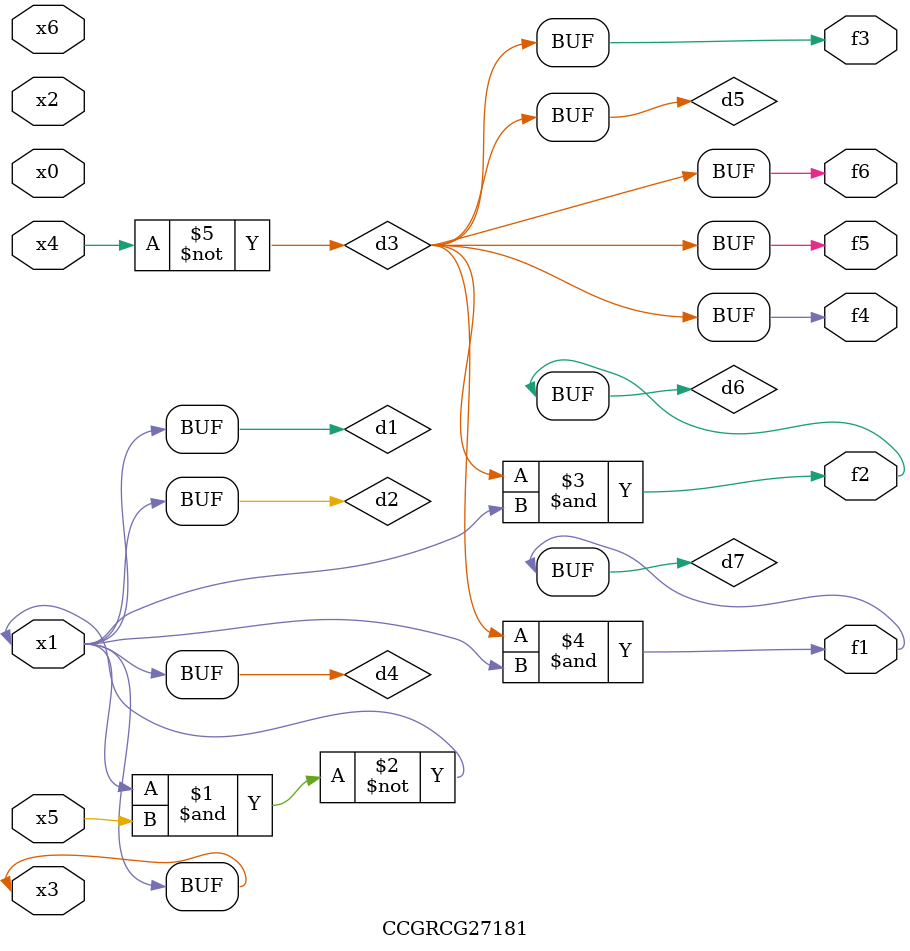
<source format=v>
module CCGRCG27181(
	input x0, x1, x2, x3, x4, x5, x6,
	output f1, f2, f3, f4, f5, f6
);

	wire d1, d2, d3, d4, d5, d6, d7;

	buf (d1, x1, x3);
	nand (d2, x1, x5);
	not (d3, x4);
	buf (d4, d1, d2);
	buf (d5, d3);
	and (d6, d3, d4);
	and (d7, d3, d4);
	assign f1 = d7;
	assign f2 = d6;
	assign f3 = d5;
	assign f4 = d5;
	assign f5 = d5;
	assign f6 = d5;
endmodule

</source>
